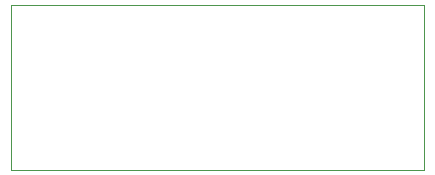
<source format=gbr>
%TF.GenerationSoftware,KiCad,Pcbnew,5.1.9*%
%TF.CreationDate,2021-04-06T14:52:37+03:00*%
%TF.ProjectId,ufilter-pcb,7566696c-7465-4722-9d70-63622e6b6963,r0*%
%TF.SameCoordinates,Original*%
%TF.FileFunction,Profile,NP*%
%FSLAX46Y46*%
G04 Gerber Fmt 4.6, Leading zero omitted, Abs format (unit mm)*
G04 Created by KiCad (PCBNEW 5.1.9) date 2021-04-06 14:52:37*
%MOMM*%
%LPD*%
G01*
G04 APERTURE LIST*
%TA.AperFunction,Profile*%
%ADD10C,0.100000*%
%TD*%
G04 APERTURE END LIST*
D10*
X95000000Y-20000000D02*
X95000000Y-34000000D01*
X60000000Y-20000000D02*
X95000000Y-20000000D01*
X60000000Y-34000000D02*
X60000000Y-20000000D01*
X95000000Y-34000000D02*
X60000000Y-34000000D01*
M02*

</source>
